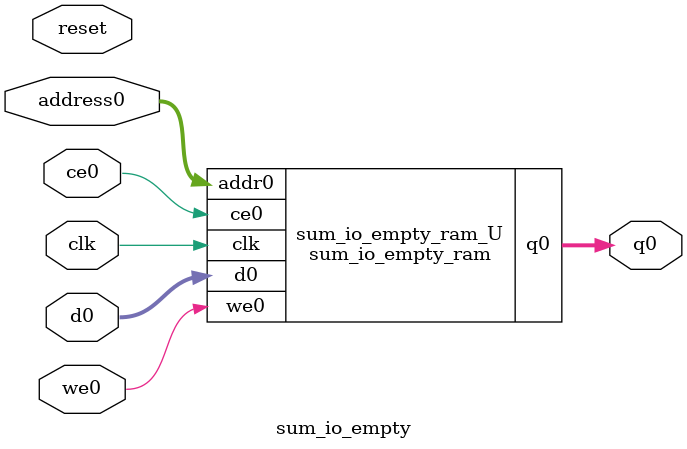
<source format=v>

`timescale 1 ns / 1 ps
module sum_io_empty_ram (addr0, ce0, d0, we0, q0,  clk);

parameter DWIDTH = 4;
parameter AWIDTH = 15;
parameter MEM_SIZE = 20000;

input[AWIDTH-1:0] addr0;
input ce0;
input[DWIDTH-1:0] d0;
input we0;
output wire[DWIDTH-1:0] q0;
input clk;

reg [DWIDTH-1:0] ram[0:MEM_SIZE-1];
reg [DWIDTH-1:0] q0_t0;
reg [DWIDTH-1:0] q0_t1;


assign q0 = q0_t1;

always @(posedge clk)  
begin
    if (ce0) 
    begin
        q0_t1 <= q0_t0;
    end
end


always @(posedge clk)  
begin 
    if (ce0) 
    begin
        if (we0) 
        begin 
            ram[addr0] <= d0; 
            q0_t0 <= d0;
        end 
        else 
            q0_t0 <= ram[addr0];
    end
end


endmodule


`timescale 1 ns / 1 ps
module sum_io_empty(
    reset,
    clk,
    address0,
    ce0,
    we0,
    d0,
    q0);

parameter DataWidth = 32'd4;
parameter AddressRange = 32'd20000;
parameter AddressWidth = 32'd15;
input reset;
input clk;
input[AddressWidth - 1:0] address0;
input ce0;
input we0;
input[DataWidth - 1:0] d0;
output[DataWidth - 1:0] q0;



sum_io_empty_ram sum_io_empty_ram_U(
    .clk( clk ),
    .addr0( address0 ),
    .ce0( ce0 ),
    .d0( d0 ),
    .we0( we0 ),
    .q0( q0 ));

endmodule


</source>
